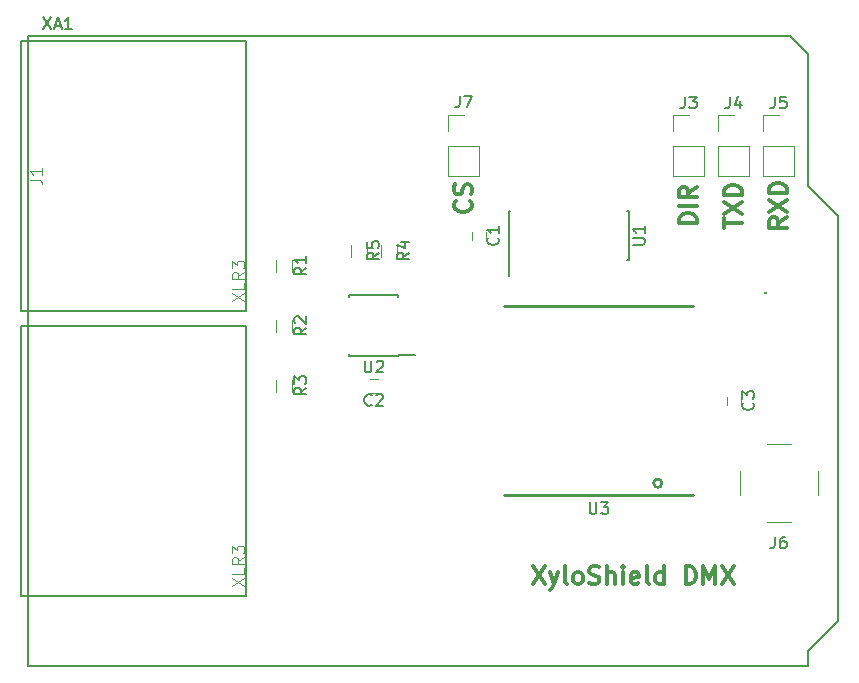
<source format=gto>
G04 #@! TF.FileFunction,Legend,Top*
%FSLAX46Y46*%
G04 Gerber Fmt 4.6, Leading zero omitted, Abs format (unit mm)*
G04 Created by KiCad (PCBNEW 4.0.7) date 05/12/18 01:40:03*
%MOMM*%
%LPD*%
G01*
G04 APERTURE LIST*
%ADD10C,0.100000*%
%ADD11C,0.300000*%
%ADD12C,0.375000*%
%ADD13C,0.127000*%
%ADD14C,0.120000*%
%ADD15C,0.254000*%
%ADD16C,0.150000*%
%ADD17C,0.101600*%
G04 APERTURE END LIST*
D10*
D11*
X37492714Y39374001D02*
X37564143Y39302572D01*
X37635571Y39088286D01*
X37635571Y38945429D01*
X37564143Y38731144D01*
X37421286Y38588286D01*
X37278429Y38516858D01*
X36992714Y38445429D01*
X36778429Y38445429D01*
X36492714Y38516858D01*
X36349857Y38588286D01*
X36207000Y38731144D01*
X36135571Y38945429D01*
X36135571Y39088286D01*
X36207000Y39302572D01*
X36278429Y39374001D01*
X37564143Y39945429D02*
X37635571Y40159715D01*
X37635571Y40516858D01*
X37564143Y40659715D01*
X37492714Y40731144D01*
X37349857Y40802572D01*
X37207000Y40802572D01*
X37064143Y40731144D01*
X36992714Y40659715D01*
X36921286Y40516858D01*
X36849857Y40231144D01*
X36778429Y40088286D01*
X36707000Y40016858D01*
X36564143Y39945429D01*
X36421286Y39945429D01*
X36278429Y40016858D01*
X36207000Y40088286D01*
X36135571Y40231144D01*
X36135571Y40588286D01*
X36207000Y40802572D01*
X56685571Y37489000D02*
X55185571Y37489000D01*
X55185571Y37846143D01*
X55257000Y38060428D01*
X55399857Y38203286D01*
X55542714Y38274714D01*
X55828429Y38346143D01*
X56042714Y38346143D01*
X56328429Y38274714D01*
X56471286Y38203286D01*
X56614143Y38060428D01*
X56685571Y37846143D01*
X56685571Y37489000D01*
X56685571Y38989000D02*
X55185571Y38989000D01*
X56685571Y40560429D02*
X55971286Y40060429D01*
X56685571Y39703286D02*
X55185571Y39703286D01*
X55185571Y40274714D01*
X55257000Y40417572D01*
X55328429Y40489000D01*
X55471286Y40560429D01*
X55685571Y40560429D01*
X55828429Y40489000D01*
X55899857Y40417572D01*
X55971286Y40274714D01*
X55971286Y39703286D01*
X58995571Y37096143D02*
X58995571Y37953286D01*
X60495571Y37524715D02*
X58995571Y37524715D01*
X58995571Y38310429D02*
X60495571Y39310429D01*
X58995571Y39310429D02*
X60495571Y38310429D01*
X60495571Y39881857D02*
X58995571Y39881857D01*
X58995571Y40239000D01*
X59067000Y40453285D01*
X59209857Y40596143D01*
X59352714Y40667571D01*
X59638429Y40739000D01*
X59852714Y40739000D01*
X60138429Y40667571D01*
X60281286Y40596143D01*
X60424143Y40453285D01*
X60495571Y40239000D01*
X60495571Y39881857D01*
X64305571Y37989001D02*
X63591286Y37489001D01*
X64305571Y37131858D02*
X62805571Y37131858D01*
X62805571Y37703286D01*
X62877000Y37846144D01*
X62948429Y37917572D01*
X63091286Y37989001D01*
X63305571Y37989001D01*
X63448429Y37917572D01*
X63519857Y37846144D01*
X63591286Y37703286D01*
X63591286Y37131858D01*
X62805571Y38489001D02*
X64305571Y39489001D01*
X62805571Y39489001D02*
X64305571Y38489001D01*
X64305571Y40060429D02*
X62805571Y40060429D01*
X62805571Y40417572D01*
X62877000Y40631857D01*
X63019857Y40774715D01*
X63162714Y40846143D01*
X63448429Y40917572D01*
X63662714Y40917572D01*
X63948429Y40846143D01*
X64091286Y40774715D01*
X64234143Y40631857D01*
X64305571Y40417572D01*
X64305571Y40060429D01*
D12*
X42808001Y8441429D02*
X43808001Y6941429D01*
X43808001Y8441429D02*
X42808001Y6941429D01*
X44236572Y7941429D02*
X44593715Y6941429D01*
X44950857Y7941429D02*
X44593715Y6941429D01*
X44450857Y6584286D01*
X44379429Y6512857D01*
X44236572Y6441429D01*
X45736572Y6941429D02*
X45593714Y7012857D01*
X45522286Y7155714D01*
X45522286Y8441429D01*
X46522286Y6941429D02*
X46379428Y7012857D01*
X46308000Y7084286D01*
X46236571Y7227143D01*
X46236571Y7655714D01*
X46308000Y7798571D01*
X46379428Y7870000D01*
X46522286Y7941429D01*
X46736571Y7941429D01*
X46879428Y7870000D01*
X46950857Y7798571D01*
X47022286Y7655714D01*
X47022286Y7227143D01*
X46950857Y7084286D01*
X46879428Y7012857D01*
X46736571Y6941429D01*
X46522286Y6941429D01*
X47593714Y7012857D02*
X47808000Y6941429D01*
X48165143Y6941429D01*
X48308000Y7012857D01*
X48379429Y7084286D01*
X48450857Y7227143D01*
X48450857Y7370000D01*
X48379429Y7512857D01*
X48308000Y7584286D01*
X48165143Y7655714D01*
X47879429Y7727143D01*
X47736571Y7798571D01*
X47665143Y7870000D01*
X47593714Y8012857D01*
X47593714Y8155714D01*
X47665143Y8298571D01*
X47736571Y8370000D01*
X47879429Y8441429D01*
X48236571Y8441429D01*
X48450857Y8370000D01*
X49093714Y6941429D02*
X49093714Y8441429D01*
X49736571Y6941429D02*
X49736571Y7727143D01*
X49665142Y7870000D01*
X49522285Y7941429D01*
X49308000Y7941429D01*
X49165142Y7870000D01*
X49093714Y7798571D01*
X50450857Y6941429D02*
X50450857Y7941429D01*
X50450857Y8441429D02*
X50379428Y8370000D01*
X50450857Y8298571D01*
X50522285Y8370000D01*
X50450857Y8441429D01*
X50450857Y8298571D01*
X51736571Y7012857D02*
X51593714Y6941429D01*
X51308000Y6941429D01*
X51165143Y7012857D01*
X51093714Y7155714D01*
X51093714Y7727143D01*
X51165143Y7870000D01*
X51308000Y7941429D01*
X51593714Y7941429D01*
X51736571Y7870000D01*
X51808000Y7727143D01*
X51808000Y7584286D01*
X51093714Y7441429D01*
X52665143Y6941429D02*
X52522285Y7012857D01*
X52450857Y7155714D01*
X52450857Y8441429D01*
X53879428Y6941429D02*
X53879428Y8441429D01*
X53879428Y7012857D02*
X53736571Y6941429D01*
X53450857Y6941429D01*
X53307999Y7012857D01*
X53236571Y7084286D01*
X53165142Y7227143D01*
X53165142Y7655714D01*
X53236571Y7798571D01*
X53307999Y7870000D01*
X53450857Y7941429D01*
X53736571Y7941429D01*
X53879428Y7870000D01*
X55736571Y6941429D02*
X55736571Y8441429D01*
X56093714Y8441429D01*
X56307999Y8370000D01*
X56450857Y8227143D01*
X56522285Y8084286D01*
X56593714Y7798571D01*
X56593714Y7584286D01*
X56522285Y7298571D01*
X56450857Y7155714D01*
X56307999Y7012857D01*
X56093714Y6941429D01*
X55736571Y6941429D01*
X57236571Y6941429D02*
X57236571Y8441429D01*
X57736571Y7370000D01*
X58236571Y8441429D01*
X58236571Y6941429D01*
X58808000Y8441429D02*
X59808000Y6941429D01*
X59808000Y8441429D02*
X58808000Y6941429D01*
D13*
X-508000Y30099000D02*
X-508000Y52959000D01*
X-508000Y30099000D02*
X18542000Y30099000D01*
X18542000Y30099000D02*
X18542000Y52959000D01*
X18542000Y52959000D02*
X-508000Y52959000D01*
X-508000Y5969000D02*
X-508000Y28829000D01*
X-508000Y5969000D02*
X18542000Y5969000D01*
X18542000Y5969000D02*
X18542000Y28829000D01*
X18542000Y28829000D02*
X-508000Y28829000D01*
D14*
X54677000Y41469000D02*
X57337000Y41469000D01*
X54677000Y44069000D02*
X54677000Y41469000D01*
X57337000Y44069000D02*
X57337000Y41469000D01*
X54677000Y44069000D02*
X57337000Y44069000D01*
X54677000Y45339000D02*
X54677000Y46669000D01*
X54677000Y46669000D02*
X56007000Y46669000D01*
X58487000Y41469000D02*
X61147000Y41469000D01*
X58487000Y44069000D02*
X58487000Y41469000D01*
X61147000Y44069000D02*
X61147000Y41469000D01*
X58487000Y44069000D02*
X61147000Y44069000D01*
X58487000Y45339000D02*
X58487000Y46669000D01*
X58487000Y46669000D02*
X59817000Y46669000D01*
X62297000Y41469000D02*
X64957000Y41469000D01*
X62297000Y44069000D02*
X62297000Y41469000D01*
X64957000Y44069000D02*
X64957000Y41469000D01*
X62297000Y44069000D02*
X64957000Y44069000D01*
X62297000Y45339000D02*
X62297000Y46669000D01*
X62297000Y46669000D02*
X63627000Y46669000D01*
X62627000Y18794000D02*
X64627000Y18794000D01*
X62627000Y12194000D02*
X64627000Y12194000D01*
X66927000Y16494000D02*
X66927000Y14494000D01*
X60327000Y16494000D02*
X60327000Y14494000D01*
D15*
X40388540Y14480540D02*
X56385460Y14480540D01*
X56385460Y30477460D02*
X40388540Y30477460D01*
X53737746Y15481300D02*
G75*
G03X53737746Y15481300I-352026J0D01*
G01*
D16*
X38100Y53365400D02*
X38100Y25400D01*
X66078100Y40665400D02*
X66078100Y51841400D01*
X68618100Y38125400D02*
X66078100Y40665400D01*
X68618100Y3835400D02*
X68618100Y38125400D01*
X66078100Y1295400D02*
X68618100Y3835400D01*
X66078100Y25400D02*
X66078100Y1295400D01*
X64554100Y53365400D02*
X66078100Y51841400D01*
X38100Y25400D02*
X66078100Y25400D01*
X38100Y53365400D02*
X64554100Y53365400D01*
D14*
X37627000Y36099000D02*
X37627000Y36799000D01*
X38827000Y36799000D02*
X38827000Y36099000D01*
X28987000Y24349000D02*
X29687000Y24349000D01*
X29687000Y23149000D02*
X28987000Y23149000D01*
X60417000Y22829000D02*
X60417000Y22129000D01*
X59217000Y22129000D02*
X59217000Y22829000D01*
X21037000Y33409000D02*
X21037000Y34409000D01*
X22397000Y34409000D02*
X22397000Y33409000D01*
X21037000Y28329000D02*
X21037000Y29329000D01*
X22397000Y29329000D02*
X22397000Y28329000D01*
X21037000Y23249000D02*
X21037000Y24249000D01*
X22397000Y24249000D02*
X22397000Y23249000D01*
D16*
X40772000Y34374000D02*
X40797000Y34374000D01*
X40772000Y38524000D02*
X40877000Y38524000D01*
X50922000Y38524000D02*
X50817000Y38524000D01*
X50922000Y34374000D02*
X50817000Y34374000D01*
X40772000Y34374000D02*
X40772000Y38524000D01*
X50922000Y34374000D02*
X50922000Y38524000D01*
X40797000Y34374000D02*
X40797000Y32999000D01*
X31412000Y26254000D02*
X31412000Y26304000D01*
X27262000Y26254000D02*
X27262000Y26399000D01*
X27262000Y31404000D02*
X27262000Y31259000D01*
X31412000Y31404000D02*
X31412000Y31259000D01*
X31412000Y26254000D02*
X27262000Y26254000D01*
X31412000Y31404000D02*
X27262000Y31404000D01*
X31412000Y26304000D02*
X32812000Y26304000D01*
D14*
X35627000Y41469000D02*
X38287000Y41469000D01*
X35627000Y44069000D02*
X35627000Y41469000D01*
X38287000Y44069000D02*
X38287000Y41469000D01*
X35627000Y44069000D02*
X38287000Y44069000D01*
X35627000Y45339000D02*
X35627000Y46669000D01*
X35627000Y46669000D02*
X36957000Y46669000D01*
X31287000Y35679000D02*
X31287000Y34679000D01*
X29927000Y34679000D02*
X29927000Y35679000D01*
X27387000Y34679000D02*
X27387000Y35679000D01*
X28747000Y35679000D02*
X28747000Y34679000D01*
D17*
X205619Y41190333D02*
X931333Y41190333D01*
X1076476Y41141953D01*
X1173238Y41045191D01*
X1221619Y40900048D01*
X1221619Y40803286D01*
X1221619Y42206333D02*
X1221619Y41625762D01*
X1221619Y41916048D02*
X205619Y41916048D01*
X350762Y41819286D01*
X447524Y41722524D01*
X495905Y41625762D01*
X17350619Y30897286D02*
X18366619Y31574619D01*
X17350619Y31574619D02*
X18366619Y30897286D01*
X18366619Y32445476D02*
X18366619Y31961667D01*
X17350619Y31961667D01*
X18366619Y33364714D02*
X17882810Y33026048D01*
X18366619Y32784143D02*
X17350619Y32784143D01*
X17350619Y33171190D01*
X17399000Y33267952D01*
X17447381Y33316333D01*
X17544143Y33364714D01*
X17689286Y33364714D01*
X17786048Y33316333D01*
X17834429Y33267952D01*
X17882810Y33171190D01*
X17882810Y32784143D01*
X17350619Y33703381D02*
X17350619Y34332333D01*
X17737667Y33993667D01*
X17737667Y34138809D01*
X17786048Y34235571D01*
X17834429Y34283952D01*
X17931190Y34332333D01*
X18173095Y34332333D01*
X18269857Y34283952D01*
X18318238Y34235571D01*
X18366619Y34138809D01*
X18366619Y33848524D01*
X18318238Y33751762D01*
X18269857Y33703381D01*
X17350619Y6767286D02*
X18366619Y7444619D01*
X17350619Y7444619D02*
X18366619Y6767286D01*
X18366619Y8315476D02*
X18366619Y7831667D01*
X17350619Y7831667D01*
X18366619Y9234714D02*
X17882810Y8896048D01*
X18366619Y8654143D02*
X17350619Y8654143D01*
X17350619Y9041190D01*
X17399000Y9137952D01*
X17447381Y9186333D01*
X17544143Y9234714D01*
X17689286Y9234714D01*
X17786048Y9186333D01*
X17834429Y9137952D01*
X17882810Y9041190D01*
X17882810Y8654143D01*
X17350619Y9573381D02*
X17350619Y10202333D01*
X17737667Y9863667D01*
X17737667Y10008809D01*
X17786048Y10105571D01*
X17834429Y10153952D01*
X17931190Y10202333D01*
X18173095Y10202333D01*
X18269857Y10153952D01*
X18318238Y10105571D01*
X18366619Y10008809D01*
X18366619Y9718524D01*
X18318238Y9621762D01*
X18269857Y9573381D01*
D16*
X55673667Y48216619D02*
X55673667Y47502333D01*
X55626047Y47359476D01*
X55530809Y47264238D01*
X55387952Y47216619D01*
X55292714Y47216619D01*
X56054619Y48216619D02*
X56673667Y48216619D01*
X56340333Y47835667D01*
X56483191Y47835667D01*
X56578429Y47788048D01*
X56626048Y47740429D01*
X56673667Y47645190D01*
X56673667Y47407095D01*
X56626048Y47311857D01*
X56578429Y47264238D01*
X56483191Y47216619D01*
X56197476Y47216619D01*
X56102238Y47264238D01*
X56054619Y47311857D01*
X59483667Y48216619D02*
X59483667Y47502333D01*
X59436047Y47359476D01*
X59340809Y47264238D01*
X59197952Y47216619D01*
X59102714Y47216619D01*
X60388429Y47883286D02*
X60388429Y47216619D01*
X60150333Y48264238D02*
X59912238Y47549952D01*
X60531286Y47549952D01*
X63293667Y48216619D02*
X63293667Y47502333D01*
X63246047Y47359476D01*
X63150809Y47264238D01*
X63007952Y47216619D01*
X62912714Y47216619D01*
X64246048Y48216619D02*
X63769857Y48216619D01*
X63722238Y47740429D01*
X63769857Y47788048D01*
X63865095Y47835667D01*
X64103191Y47835667D01*
X64198429Y47788048D01*
X64246048Y47740429D01*
X64293667Y47645190D01*
X64293667Y47407095D01*
X64246048Y47311857D01*
X64198429Y47264238D01*
X64103191Y47216619D01*
X63865095Y47216619D01*
X63769857Y47264238D01*
X63722238Y47311857D01*
X63293667Y10961619D02*
X63293667Y10247333D01*
X63246047Y10104476D01*
X63150809Y10009238D01*
X63007952Y9961619D01*
X62912714Y9961619D01*
X64198429Y10961619D02*
X64007952Y10961619D01*
X63912714Y10914000D01*
X63865095Y10866381D01*
X63769857Y10723524D01*
X63722238Y10533048D01*
X63722238Y10152095D01*
X63769857Y10056857D01*
X63817476Y10009238D01*
X63912714Y9961619D01*
X64103191Y9961619D01*
X64198429Y10009238D01*
X64246048Y10056857D01*
X64293667Y10152095D01*
X64293667Y10390190D01*
X64246048Y10485429D01*
X64198429Y10533048D01*
X64103191Y10580667D01*
X63912714Y10580667D01*
X63817476Y10533048D01*
X63769857Y10485429D01*
X63722238Y10390190D01*
X47625095Y13882619D02*
X47625095Y13073095D01*
X47672714Y12977857D01*
X47720333Y12930238D01*
X47815571Y12882619D01*
X48006048Y12882619D01*
X48101286Y12930238D01*
X48148905Y12977857D01*
X48196524Y13073095D01*
X48196524Y13882619D01*
X48577476Y13882619D02*
X49196524Y13882619D01*
X48863190Y13501667D01*
X49006048Y13501667D01*
X49101286Y13454048D01*
X49148905Y13406429D01*
X49196524Y13311190D01*
X49196524Y13073095D01*
X49148905Y12977857D01*
X49101286Y12930238D01*
X49006048Y12882619D01*
X48720333Y12882619D01*
X48625095Y12930238D01*
X48577476Y12977857D01*
X1340005Y54929019D02*
X2006672Y53929019D01*
X2006672Y54929019D02*
X1340005Y53929019D01*
X2340005Y54214733D02*
X2816196Y54214733D01*
X2244767Y53929019D02*
X2578100Y54929019D01*
X2911434Y53929019D01*
X3768577Y53929019D02*
X3197148Y53929019D01*
X3482862Y53929019D02*
X3482862Y54929019D01*
X3387624Y54786162D01*
X3292386Y54690924D01*
X3197148Y54643305D01*
X62522100Y31672257D02*
X62569719Y31624638D01*
X62522100Y31577019D01*
X62474481Y31624638D01*
X62522100Y31672257D01*
X62522100Y31577019D01*
X39854143Y36282334D02*
X39901762Y36234715D01*
X39949381Y36091858D01*
X39949381Y35996620D01*
X39901762Y35853762D01*
X39806524Y35758524D01*
X39711286Y35710905D01*
X39520810Y35663286D01*
X39377952Y35663286D01*
X39187476Y35710905D01*
X39092238Y35758524D01*
X38997000Y35853762D01*
X38949381Y35996620D01*
X38949381Y36091858D01*
X38997000Y36234715D01*
X39044619Y36282334D01*
X39949381Y37234715D02*
X39949381Y36663286D01*
X39949381Y36949000D02*
X38949381Y36949000D01*
X39092238Y36853762D01*
X39187476Y36758524D01*
X39235095Y36663286D01*
X29170334Y22121857D02*
X29122715Y22074238D01*
X28979858Y22026619D01*
X28884620Y22026619D01*
X28741762Y22074238D01*
X28646524Y22169476D01*
X28598905Y22264714D01*
X28551286Y22455190D01*
X28551286Y22598048D01*
X28598905Y22788524D01*
X28646524Y22883762D01*
X28741762Y22979000D01*
X28884620Y23026619D01*
X28979858Y23026619D01*
X29122715Y22979000D01*
X29170334Y22931381D01*
X29551286Y22931381D02*
X29598905Y22979000D01*
X29694143Y23026619D01*
X29932239Y23026619D01*
X30027477Y22979000D01*
X30075096Y22931381D01*
X30122715Y22836143D01*
X30122715Y22740905D01*
X30075096Y22598048D01*
X29503667Y22026619D01*
X30122715Y22026619D01*
X61424143Y22312334D02*
X61471762Y22264715D01*
X61519381Y22121858D01*
X61519381Y22026620D01*
X61471762Y21883762D01*
X61376524Y21788524D01*
X61281286Y21740905D01*
X61090810Y21693286D01*
X60947952Y21693286D01*
X60757476Y21740905D01*
X60662238Y21788524D01*
X60567000Y21883762D01*
X60519381Y22026620D01*
X60519381Y22121858D01*
X60567000Y22264715D01*
X60614619Y22312334D01*
X60519381Y22645667D02*
X60519381Y23264715D01*
X60900333Y22931381D01*
X60900333Y23074239D01*
X60947952Y23169477D01*
X60995571Y23217096D01*
X61090810Y23264715D01*
X61328905Y23264715D01*
X61424143Y23217096D01*
X61471762Y23169477D01*
X61519381Y23074239D01*
X61519381Y22788524D01*
X61471762Y22693286D01*
X61424143Y22645667D01*
X23619381Y33742334D02*
X23143190Y33409000D01*
X23619381Y33170905D02*
X22619381Y33170905D01*
X22619381Y33551858D01*
X22667000Y33647096D01*
X22714619Y33694715D01*
X22809857Y33742334D01*
X22952714Y33742334D01*
X23047952Y33694715D01*
X23095571Y33647096D01*
X23143190Y33551858D01*
X23143190Y33170905D01*
X23619381Y34694715D02*
X23619381Y34123286D01*
X23619381Y34409000D02*
X22619381Y34409000D01*
X22762238Y34313762D01*
X22857476Y34218524D01*
X22905095Y34123286D01*
X23619381Y28662334D02*
X23143190Y28329000D01*
X23619381Y28090905D02*
X22619381Y28090905D01*
X22619381Y28471858D01*
X22667000Y28567096D01*
X22714619Y28614715D01*
X22809857Y28662334D01*
X22952714Y28662334D01*
X23047952Y28614715D01*
X23095571Y28567096D01*
X23143190Y28471858D01*
X23143190Y28090905D01*
X22714619Y29043286D02*
X22667000Y29090905D01*
X22619381Y29186143D01*
X22619381Y29424239D01*
X22667000Y29519477D01*
X22714619Y29567096D01*
X22809857Y29614715D01*
X22905095Y29614715D01*
X23047952Y29567096D01*
X23619381Y28995667D01*
X23619381Y29614715D01*
X23619381Y23582334D02*
X23143190Y23249000D01*
X23619381Y23010905D02*
X22619381Y23010905D01*
X22619381Y23391858D01*
X22667000Y23487096D01*
X22714619Y23534715D01*
X22809857Y23582334D01*
X22952714Y23582334D01*
X23047952Y23534715D01*
X23095571Y23487096D01*
X23143190Y23391858D01*
X23143190Y23010905D01*
X22619381Y23915667D02*
X22619381Y24534715D01*
X23000333Y24201381D01*
X23000333Y24344239D01*
X23047952Y24439477D01*
X23095571Y24487096D01*
X23190810Y24534715D01*
X23428905Y24534715D01*
X23524143Y24487096D01*
X23571762Y24439477D01*
X23619381Y24344239D01*
X23619381Y24058524D01*
X23571762Y23963286D01*
X23524143Y23915667D01*
X51268381Y35687095D02*
X52077905Y35687095D01*
X52173143Y35734714D01*
X52220762Y35782333D01*
X52268381Y35877571D01*
X52268381Y36068048D01*
X52220762Y36163286D01*
X52173143Y36210905D01*
X52077905Y36258524D01*
X51268381Y36258524D01*
X52268381Y37258524D02*
X52268381Y36687095D01*
X52268381Y36972809D02*
X51268381Y36972809D01*
X51411238Y36877571D01*
X51506476Y36782333D01*
X51554095Y36687095D01*
X28575095Y25876619D02*
X28575095Y25067095D01*
X28622714Y24971857D01*
X28670333Y24924238D01*
X28765571Y24876619D01*
X28956048Y24876619D01*
X29051286Y24924238D01*
X29098905Y24971857D01*
X29146524Y25067095D01*
X29146524Y25876619D01*
X29575095Y25781381D02*
X29622714Y25829000D01*
X29717952Y25876619D01*
X29956048Y25876619D01*
X30051286Y25829000D01*
X30098905Y25781381D01*
X30146524Y25686143D01*
X30146524Y25590905D01*
X30098905Y25448048D01*
X29527476Y24876619D01*
X30146524Y24876619D01*
X36623667Y48299619D02*
X36623667Y47585333D01*
X36576047Y47442476D01*
X36480809Y47347238D01*
X36337952Y47299619D01*
X36242714Y47299619D01*
X37004619Y48299619D02*
X37671286Y48299619D01*
X37242714Y47299619D01*
X32329381Y35012334D02*
X31853190Y34679000D01*
X32329381Y34440905D02*
X31329381Y34440905D01*
X31329381Y34821858D01*
X31377000Y34917096D01*
X31424619Y34964715D01*
X31519857Y35012334D01*
X31662714Y35012334D01*
X31757952Y34964715D01*
X31805571Y34917096D01*
X31853190Y34821858D01*
X31853190Y34440905D01*
X31662714Y35869477D02*
X32329381Y35869477D01*
X31281762Y35631381D02*
X31996048Y35393286D01*
X31996048Y36012334D01*
X29789381Y35012334D02*
X29313190Y34679000D01*
X29789381Y34440905D02*
X28789381Y34440905D01*
X28789381Y34821858D01*
X28837000Y34917096D01*
X28884619Y34964715D01*
X28979857Y35012334D01*
X29122714Y35012334D01*
X29217952Y34964715D01*
X29265571Y34917096D01*
X29313190Y34821858D01*
X29313190Y34440905D01*
X28789381Y35917096D02*
X28789381Y35440905D01*
X29265571Y35393286D01*
X29217952Y35440905D01*
X29170333Y35536143D01*
X29170333Y35774239D01*
X29217952Y35869477D01*
X29265571Y35917096D01*
X29360810Y35964715D01*
X29598905Y35964715D01*
X29694143Y35917096D01*
X29741762Y35869477D01*
X29789381Y35774239D01*
X29789381Y35536143D01*
X29741762Y35440905D01*
X29694143Y35393286D01*
M02*

</source>
